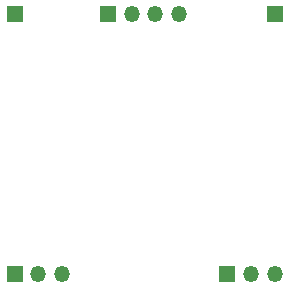
<source format=gbr>
%TF.GenerationSoftware,KiCad,Pcbnew,8.0.3*%
%TF.CreationDate,2024-07-13T20:36:06+02:00*%
%TF.ProjectId,Led Nixie,4c656420-4e69-4786-9965-2e6b69636164,rev?*%
%TF.SameCoordinates,Original*%
%TF.FileFunction,Soldermask,Bot*%
%TF.FilePolarity,Negative*%
%FSLAX46Y46*%
G04 Gerber Fmt 4.6, Leading zero omitted, Abs format (unit mm)*
G04 Created by KiCad (PCBNEW 8.0.3) date 2024-07-13 20:36:06*
%MOMM*%
%LPD*%
G01*
G04 APERTURE LIST*
%ADD10R,1.350000X1.350000*%
%ADD11O,1.350000X1.350000*%
G04 APERTURE END LIST*
D10*
%TO.C,J2*%
X107000000Y-51000000D03*
D11*
X109000001Y-51000000D03*
X111000000Y-51000000D03*
%TD*%
D10*
%TO.C,J3*%
X89000000Y-51000000D03*
D11*
X91000001Y-51000000D03*
X93000000Y-51000000D03*
%TD*%
D10*
%TO.C,J4*%
X89000000Y-29000000D03*
%TD*%
%TO.C,J1*%
X96900000Y-29000000D03*
D11*
X98900001Y-29000000D03*
X100900000Y-29000000D03*
X102900000Y-29000000D03*
%TD*%
D10*
%TO.C,J5*%
X111000000Y-29000000D03*
%TD*%
M02*

</source>
